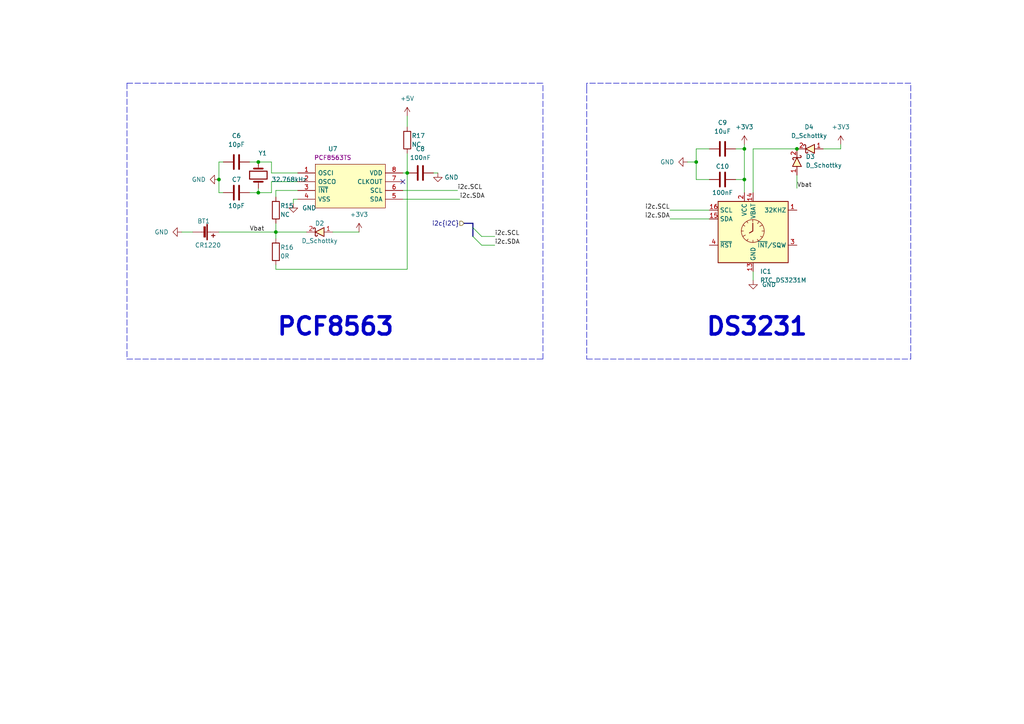
<source format=kicad_sch>
(kicad_sch (version 20211123) (generator eeschema)
  (paper "A4")
  (lib_symbols
    (symbol "Device:Battery_Cell" (pin_numbers hide) (pin_names (offset 0) hide)
      (property "Reference" "BT" (at 2.54 2.54 0))
      (property "Value" "Battery_Cell" (at 2.54 0 0))
      (symbol "Battery_Cell_0_1"
        (rectangle (start -2.286 1.778) (end 2.286 1.524) (fill (type outline)))
        (rectangle (start -1.5748 1.1938) (end 1.4732 0.6858) (fill (type outline)))
        (polyline (pts (xy 0 0.762) (xy 0 0)))
        (polyline (pts (xy 0 1.778) (xy 0 2.54)))
        (polyline (pts (xy 0.508 3.429) (xy 1.524 3.429)) (stroke (width 0.254)))
        (polyline (pts (xy 1.016 3.937) (xy 1.016 2.921)) (stroke (width 0.254)))
      )
      (symbol "Battery_Cell_1_1"
        (pin passive line (at 0 5.08 270) (length 2.54) (name "+") (number "1"))
        (pin passive line (at 0 -2.54 90) (length 2.54) (name "-") (number "2"))
      )
    )
    (symbol "Device:C" (pin_numbers hide) (pin_names (offset 0.254))
      (property "Reference" "C" (at 0.635 2.54 0))
      (property "Value" "C" (at 0.635 -2.54 0))
      (symbol "C_0_1"
        (polyline (pts (xy -2.032 -0.762) (xy 2.032 -0.762)) (stroke (width 0.508)))
        (polyline (pts (xy -2.032 0.762) (xy 2.032 0.762)) (stroke (width 0.508)))
      )
      (symbol "C_1_1"
        (pin passive line (at 0 3.81 270) (length 2.794) (name "~") (number "1"))
        (pin passive line (at 0 -3.81 90) (length 2.794) (name "~") (number "2"))
      )
    )
    (symbol "Device:Crystal" (pin_numbers hide) (pin_names (offset 1.016) hide)
      (property "Reference" "Y" (at 0 3.81 0))
      (property "Value" "Crystal" (at 0 -3.81 0))
      (symbol "Crystal_0_1"
        (rectangle (start -1.143 2.54) (end 1.143 -2.54) (stroke (width 0.3048)))
        (polyline (pts (xy -2.54 0) (xy -1.905 0)))
        (polyline (pts (xy -1.905 -1.27) (xy -1.905 1.27)) (stroke (width 0.508)))
        (polyline (pts (xy 1.905 -1.27) (xy 1.905 1.27)) (stroke (width 0.508)))
        (polyline (pts (xy 2.54 0) (xy 1.905 0)))
      )
      (symbol "Crystal_1_1"
        (pin passive line (at -3.81 0 0) (length 1.27) (name "1") (number "1"))
        (pin passive line (at 3.81 0 180) (length 1.27) (name "2") (number "2"))
      )
    )
    (symbol "Device:R" (pin_numbers hide) (pin_names (offset 0))
      (property "Reference" "R" (at 2.032 0 90))
      (property "Value" "R" (at 0 0 90))
      (symbol "R_0_1"
        (rectangle (start -1.016 -2.54) (end 1.016 2.54) (stroke (width 0.254)))
      )
      (symbol "R_1_1"
        (pin passive line (at 0 3.81 270) (length 1.27) (name "~") (number "1"))
        (pin passive line (at 0 -3.81 90) (length 1.27) (name "~") (number "2"))
      )
    )
    (symbol "IVS_SYMBOL_DIR:D_Schottky"
      (property "Reference" "D" (at -2.54 2.54 0))
      (property "Value" "D_Schottky" (at 0 -2.54 0))
      (symbol "D_Schottky_0_1"
        (polyline (pts (xy 0 0) (xy 0 -1)) (stroke (width 0.254)))
        (polyline (pts (xy 0 0) (xy 0 1)) (stroke (width 0.254)))
        (polyline (pts (xy 2.54 1.27) (xy 2.54 -1.27) (xy 0 0) (xy 2.54 1.27)) (stroke (width 0.254)) (fill (type background)))
        (arc (start 0 1.0414) (mid -0.3615 1.2318) (end -0.6 0.9) (stroke (width 0.254)))
        (arc (start 0.0099 -1.0125) (mid 0.3714 -1.2029) (end 0.6099 -0.8711) (stroke (width 0.254)))
      )
      (symbol "D_Schottky_1_1"
        (pin passive line (at 5.08 0 180) (length 2.54) (name "") (number "1"))
        (pin passive line (at -2.54 0 0) (length 2.54) (name "") (number "2"))
      )
    )
    (symbol "IVS_SYMBOL_DIR:RTC_DS3231M"
      (property "Reference" "IC" (at -7.62 8.89 0))
      (property "Value" "RTC_DS3231M" (at 6.985 -20.955 0))
      (symbol "RTC_DS3231M_0_1"
        (rectangle (start -10.16 7.62) (end 10.16 -10.16) (stroke (width 0.254)) (fill (type background)))
        (circle (center -0.1016 -0.9652) (radius 3.316))
        (polyline (pts (xy -3.4544 -0.9652) (xy -2.794 -0.9652)))
        (polyline (pts (xy -2.9972 -2.54) (xy -2.2352 -2.1336)))
        (polyline (pts (xy -2.8956 0.8128) (xy -2.3876 0.4572)))
        (polyline (pts (xy -1.8288 -3.7592) (xy -1.4732 -3.302)))
        (polyline (pts (xy -1.8288 1.8288) (xy -1.524 1.3716)))
        (polyline (pts (xy -0.1016 2.3368) (xy -0.1016 1.7272)))
        (polyline (pts (xy -0.0508 -3.6068) (xy -0.0508 -4.2672)))
        (polyline (pts (xy 1.2192 -3.3528) (xy 1.524 -3.81)))
        (polyline (pts (xy 1.27 1.1684) (xy 1.6764 1.7272)))
        (polyline (pts (xy 1.8796 0.3556) (xy 2.6416 0.762)))
        (polyline (pts (xy 2.1336 -2.4892) (xy 2.6924 -2.7432)))
        (polyline (pts (xy 2.54 -0.9652) (xy 3.2004 -0.9652)))
        (polyline (pts (xy -0.1016 1.3208) (xy -0.1016 -0.9652) (xy -1.0668 -1.524)) (stroke (width 0.254)))
      )
      (symbol "RTC_DS3231M_1_1"
        (pin open_collector line (at 12.7 5.08 180) (length 2.54) (name "32KHZ") (number "1"))
        (pin passive line (at 0 -12.7 90) (length 2.54) hide (name "GND") (number "10"))
        (pin passive line (at 0 -12.7 90) (length 2.54) hide (name "GND") (number "11"))
        (pin passive line (at 0 -12.7 90) (length 2.54) hide (name "GND") (number "12"))
        (pin power_in line (at 0 -12.7 90) (length 2.54) (name "GND") (number "13"))
        (pin power_in line (at 0 10.16 270) (length 2.54) (name "VBAT") (number "14"))
        (pin bidirectional line (at -12.7 2.54 0) (length 2.54) (name "SDA") (number "15"))
        (pin input line (at -12.7 5.08 0) (length 2.54) (name "SCL") (number "16"))
        (pin power_in line (at -2.54 10.16 270) (length 2.54) (name "VCC") (number "2"))
        (pin open_collector line (at 12.7 -5.08 180) (length 2.54) (name "~{INT}/SQW") (number "3"))
        (pin bidirectional line (at -12.7 -5.08 0) (length 2.54) (name "~{RST}") (number "4"))
        (pin passive line (at 0 -12.7 90) (length 2.54) hide (name "GND") (number "5"))
        (pin passive line (at 0 -12.7 90) (length 2.54) hide (name "GND") (number "6"))
        (pin passive line (at 0 -12.7 90) (length 2.54) hide (name "GND") (number "7"))
        (pin passive line (at 0 -12.7 90) (length 2.54) hide (name "GND") (number "8"))
        (pin passive line (at 0 -12.7 90) (length 2.54) hide (name "GND") (number "9"))
      )
    )
    (symbol "power:+3V3" (power) (pin_names (offset 0))
      (property "Value" "+3V3" (at 0 3.556 0))
      (symbol "+3V3_0_1"
        (polyline (pts (xy -0.762 1.27) (xy 0 2.54)))
        (polyline (pts (xy 0 0) (xy 0 2.54)))
        (polyline (pts (xy 0 2.54) (xy 0.762 1.27)))
      )
      (symbol "+3V3_1_1"
        (pin power_in line (at 0 0 90) (length 0) hide (name "+3V3") (number "1"))
      )
    )
    (symbol "power:+5V" (power) (pin_names (offset 0))
      (property "Value" "+5V" (at 0 3.556 0))
      (symbol "+5V_0_1"
        (polyline (pts (xy -0.762 1.27) (xy 0 2.54)))
        (polyline (pts (xy 0 0) (xy 0 2.54)))
        (polyline (pts (xy 0 2.54) (xy 0.762 1.27)))
      )
      (symbol "+5V_1_1"
        (pin power_in line (at 0 0 90) (length 0) hide (name "+5V") (number "1"))
      )
    )
    (symbol "power:GND" (power) (pin_names (offset 0))
      (property "Value" "GND" (at 0 -3.81 0))
      (symbol "GND_0_1"
        (polyline (pts (xy 0 0) (xy 0 -1.27) (xy 1.27 -1.27) (xy 0 -2.54) (xy -1.27 -1.27) (xy 0 -1.27)))
      )
      (symbol "GND_1_1"
        (pin power_in line (at 0 0 270) (length 0) hide (name "GND") (number "1"))
      )
    )
    (symbol "project:PCF8563TS" (pin_names (offset 0.762))
      (property "Reference" "U" (at -10.16 9.525 0))
      (property "Symbol" "PCF8563TS" (at -10.16 7.62 0))
      (symbol "PCF8563TS_0_0"
        (pin passive line (at -15.24 3.81 0) (length 5.08) (name "OSCI") (number "1"))
        (pin passive line (at -15.24 1.27 0) (length 5.08) (name "OSCO") (number "2"))
        (pin passive line (at -15.24 -1.27 0) (length 5.08) (name "~{INT}") (number "3"))
        (pin passive line (at -15.24 -3.81 0) (length 5.08) (name "VSS") (number "4"))
        (pin passive line (at 15.24 -3.81 180) (length 5.08) (name "SDA") (number "5"))
        (pin passive line (at 15.24 -1.27 180) (length 5.08) (name "SCL") (number "6"))
        (pin passive line (at 15.24 1.27 180) (length 5.08) (name "CLKOUT") (number "7"))
        (pin passive line (at 15.24 3.81 180) (length 5.08) (name "VDD") (number "8"))
      )
      (symbol "PCF8563TS_0_1"
        (polyline (pts (xy -10.16 6.35) (xy 10.16 6.35) (xy 10.16 -6.35) (xy -10.16 -6.35) (xy -10.16 6.35)) (stroke (width 0.1524)) (fill (type background)))
      )
    )
  )
  (junction (at 63.5 52.07))
  (junction (at 74.93 55.88))
  (junction (at 118.11 50.165))
  (junction (at 74.93 46.99))
  (junction (at 80.01 67.31))
  (junction (at 231.14 43.18))
  (junction (at 215.9 43.18))
  (junction (at 201.93 46.99))
  (junction (at 215.9 52.07))
  (no_connect (at 116.84 52.705))
  (bus_entry (at 139.7 68.58) (size -2.54 -2.54))
  (bus_entry (at 139.7 71.12) (size -2.54 -2.54))
  (wire (pts (xy 104.14 67.31) (xy 96.52 67.31)))
  (wire (pts (xy 116.84 57.785) (xy 133.35 57.785)))
  (polyline (pts (xy 264.16 104.14) (xy 264.16 24.13)))
  (wire (pts (xy 218.44 43.18) (xy 218.44 55.88)))
  (wire (pts (xy 80.01 64.77) (xy 80.01 67.31)))
  (wire (pts (xy 218.44 43.18) (xy 231.14 43.18)))
  (wire (pts (xy 205.74 43.18) (xy 201.93 43.18)))
  (wire (pts (xy 139.7 71.12) (xy 143.51 71.12)))
  (wire (pts (xy 218.44 81.28) (xy 218.44 78.74)))
  (polyline (pts (xy 170.18 24.13) (xy 170.18 25.4)))
  (wire (pts (xy 201.93 52.07) (xy 205.74 52.07)))
  (wire (pts (xy 80.01 67.31) (xy 88.9 67.31)))
  (wire (pts (xy 74.93 54.61) (xy 74.93 55.88)))
  (wire (pts (xy 78.74 52.705) (xy 86.36 52.705)))
  (polyline (pts (xy 36.83 24.13) (xy 36.83 104.14)))
  (wire (pts (xy 194.31 63.5) (xy 205.74 63.5)))
  (wire (pts (xy 213.36 43.18) (xy 215.9 43.18)))
  (wire (pts (xy 63.5 52.07) (xy 63.5 55.88)))
  (wire (pts (xy 199.39 46.99) (xy 201.93 46.99)))
  (wire (pts (xy 116.84 50.165) (xy 118.11 50.165)))
  (wire (pts (xy 64.77 55.88) (xy 63.5 55.88)))
  (wire (pts (xy 80.01 69.215) (xy 80.01 67.31)))
  (wire (pts (xy 231.14 50.8) (xy 231.14 54.61)))
  (wire (pts (xy 194.31 60.96) (xy 205.74 60.96)))
  (wire (pts (xy 63.5 46.99) (xy 64.77 46.99)))
  (wire (pts (xy 118.11 33.655) (xy 118.11 36.83)))
  (bus (pts (xy 134.62 64.77) (xy 137.16 64.77)))
  (polyline (pts (xy 157.48 104.14) (xy 157.48 24.13)))
  (wire (pts (xy 139.7 68.58) (xy 143.51 68.58)))
  (polyline (pts (xy 170.18 104.14) (xy 264.16 104.14)))
  (wire (pts (xy 78.74 46.99) (xy 78.74 50.165)))
  (wire (pts (xy 63.5 46.99) (xy 63.5 52.07)))
  (wire (pts (xy 80.01 76.835) (xy 80.01 78.105)))
  (wire (pts (xy 125.73 50.165) (xy 127 50.165)))
  (wire (pts (xy 63.5 67.31) (xy 80.01 67.31)))
  (polyline (pts (xy 170.18 25.4) (xy 170.18 104.14)))
  (wire (pts (xy 215.9 52.07) (xy 215.9 55.88)))
  (wire (pts (xy 72.39 46.99) (xy 74.93 46.99)))
  (wire (pts (xy 78.74 52.705) (xy 78.74 55.88)))
  (wire (pts (xy 215.9 43.18) (xy 215.9 52.07)))
  (wire (pts (xy 80.01 55.245) (xy 80.01 57.15)))
  (bus (pts (xy 137.16 68.58) (xy 137.16 66.04)))
  (wire (pts (xy 85.09 57.785) (xy 86.36 57.785)))
  (wire (pts (xy 86.36 50.165) (xy 78.74 50.165)))
  (wire (pts (xy 201.93 46.99) (xy 201.93 52.07)))
  (wire (pts (xy 238.76 43.18) (xy 243.84 43.18)))
  (wire (pts (xy 215.9 41.91) (xy 215.9 43.18)))
  (wire (pts (xy 55.88 67.31) (xy 52.705 67.31)))
  (wire (pts (xy 118.11 44.45) (xy 118.11 50.165)))
  (wire (pts (xy 201.93 43.18) (xy 201.93 46.99)))
  (wire (pts (xy 72.39 55.88) (xy 74.93 55.88)))
  (wire (pts (xy 132.715 55.245) (xy 116.84 55.245)))
  (polyline (pts (xy 36.83 104.14) (xy 157.48 104.14)))
  (wire (pts (xy 213.36 52.07) (xy 215.9 52.07)))
  (wire (pts (xy 80.01 78.105) (xy 118.11 78.105)))
  (wire (pts (xy 74.93 55.88) (xy 78.74 55.88)))
  (wire (pts (xy 243.84 43.18) (xy 243.84 41.91)))
  (wire (pts (xy 74.93 46.99) (xy 78.74 46.99)))
  (wire (pts (xy 85.09 59.055) (xy 85.09 57.785)))
  (polyline (pts (xy 264.16 24.13) (xy 170.18 24.13)))
  (bus (pts (xy 137.16 66.04) (xy 137.16 64.77)))
  (wire (pts (xy 118.11 78.105) (xy 118.11 50.165)))
  (polyline (pts (xy 36.83 24.13) (xy 157.48 24.13)))
  (wire (pts (xy 80.01 55.245) (xy 86.36 55.245)))
  (text "PCF8563\n" (at 80.01 97.79 0) (effects (font (size 5 5) bold) (justify left bottom)))
  (text "DS3231\n" (at 204.47 97.79 0) (effects (font (size 5 5) bold) (justify left bottom)))
  (label "Vbat" (at 72.39 67.31 0))
  (label "Vbat" (at 231.14 54.61 0))
  (label "i2c.SCL" (at 143.51 68.58 0))
  (label "i2c.SDA" (at 143.51 71.12 0))
  (label "i2c.SDA" (at 194.31 63.5 180))
  (label "i2c.SDA" (at 133.35 57.785 0))
  (label "i2c.SCL" (at 132.715 55.245 0))
  (label "i2c.SCL" (at 194.31 60.96 180))
  (hierarchical_label "i2c{I2C}" (shape input) (at 134.62 64.77 180))
  (symbol (lib_id "IVS_SYMBOL_DIR:D_Schottky") (at 233.68 43.18 0) (unit 1)
    (property "Reference" "D4" (at 234.6494 36.83 0))
    (property "Value" "D_Schottky" (at 234.6494 39.37 0))
  )
  (symbol (lib_id "IVS_SYMBOL_DIR:D_Schottky") (at 231.14 45.72 270) (unit 1)
    (property "Reference" "D3" (at 233.68 45.4193 90) (effects (justify left)))
    (property "Value" "D_Schottky" (at 233.68 47.9593 90) (effects (justify left)))
  )
  (symbol (lib_id "Device:Crystal") (at 74.93 50.8 90) (unit 1)
    (property "Reference" "Y1" (at 74.93 44.45 90) (effects (justify right)))
    (property "Value" "32.768kHz" (at 78.74 52.07 90) (effects (justify right)))
  )
  (symbol (lib_id "power:GND") (at 85.09 59.055 0) (unit 1)
    (property "Reference" "#PWR0144" (effects hide))
    (property "Value" "GND" (at 87.63 60.3249 0) (effects (justify left)))
  )
  (symbol (lib_id "Device:C") (at 209.55 52.07 90) (unit 1)
    (property "Reference" "C10" (at 209.55 48.26 90))
    (property "Value" "100nF" (at 209.55 55.88 90))
    (property "Footprint" "IVS_FOOTPRINTS:C0603" (effects hide))
  )
  (symbol (lib_id "IVS_SYMBOL_DIR:RTC_DS3231M") (at 218.44 66.04 0) (unit 1)
    (property "Reference" "IC1" (at 220.4594 78.74 0) (effects (justify left)))
    (property "Value" "RTC_DS3231M" (at 220.4594 81.28 0) (effects (justify left)))
    (property "Footprint" "Package_SO:SOIC-16W_7.5x10.3mm_P1.27mm" (effects hide))
    (property "Datasheet" "http://datasheets.maximintegrated.com/en/ds/DS3231.pdf" (effects hide))
    (property "Thegioiic_Buylink" "https://www.thegioiic.com/ds3231sn-ic-rtc-clock-calendar-16-soic" (effects hide))
    (property "ICDAYROI_Buylink" "https://icdayroi.com/ds3231n" (effects hide))
    (property "Digikey_Buylink" "https://www.digikey.com/en/products/detail/analog-devices-inc-maxim-integrated/DS3231M-TRL/2402421" (effects hide))
  )
  (symbol (lib_id "Device:C") (at 68.58 55.88 90) (unit 1)
    (property "Reference" "C7" (at 68.58 52.07 90))
    (property "Value" "10pF" (at 68.58 59.69 90))
    (property "Footprint" "IVS_FOOTPRINTS:C0603" (effects hide))
  )
  (symbol (lib_id "power:GND") (at 63.5 52.07 270) (unit 1)
    (property "Reference" "#PWR0143" (effects hide))
    (property "Value" "GND" (at 59.69 52.0699 90) (effects (justify right)))
  )
  (symbol (lib_id "Device:Battery_Cell") (at 58.42 67.31 270) (unit 1)
    (property "Reference" "BT1" (at 59.055 64.135 90))
    (property "Value" "CR1220" (at 60.325 71.12 90))
    (property "Footprint" "IVS_FOOTPRINTS:BatteryHolder_CR1220" (effects hide))
  )
  (symbol (lib_id "Device:R") (at 118.11 40.64 0) (unit 1)
    (property "Reference" "R17" (at 119.38 39.37 0) (effects (justify left)))
    (property "Value" "NC" (at 119.38 41.91 0) (effects (justify left)))
    (property "Footprint" "IVS_FOOTPRINTS:R0603" (effects hide))
  )
  (symbol (lib_id "Device:C") (at 121.92 50.165 90) (unit 1)
    (property "Reference" "C8" (at 121.92 43.18 90))
    (property "Value" "100nF" (at 121.92 45.72 90))
    (property "Footprint" "IVS_FOOTPRINTS:C0603" (effects hide))
  )
  (symbol (lib_id "IVS_SYMBOL_DIR:D_Schottky") (at 91.44 67.31 0) (unit 1)
    (property "Reference" "D2" (at 92.71 64.77 0))
    (property "Value" "D_Schottky" (at 92.71 69.85 0))
  )
  (symbol (lib_id "power:+5V") (at 118.11 33.655 0) (unit 1)
    (property "Reference" "#PWR0147" (effects hide))
    (property "Value" "+5V" (at 118.11 28.575 0))
  )
  (symbol (lib_id "project:PCF8563TS") (at 101.6 53.975 0) (unit 1)
    (property "Reference" "U7" (at 96.52 43.18 0))
    (property "Value" "PCF8563TS" (effects hide))
    (property "Footprint" "IVS_FOOTPRINTS:SOIC-8" (effects hide))
    (property "Datasheet" "http://www.nxp.com/docs/en/data-sheet/PCF8563.pdf" (effects hide))
    (property "Symbol" "PCF8563TS" (at 96.52 45.72 0))
    (property "Note" "https://www.mouser.co.uk/ProductDetail/NXP-Semiconductors/PCF8563TS-5118?qs=beN0Cyoe8Ynnzly4fQaDyw%3D%3D" (effects hide))
    (property "Mfg Part" "PCF8563TS/5,118" (effects hide))
    (property "Manufacturer" "NXP" (effects hide))
    (property "Package" "TSSOP-8" (effects hide))
    (property "Description" "NXP - PCF8563TS/5,118 - REAL TIME CLOCK, 5.5V, I2C, TSSOP-8" (effects hide))
  )
  (symbol (lib_id "power:+3V3") (at 215.9 41.91 0) (unit 1)
    (property "Reference" "#PWR0130" (effects hide))
    (property "Value" "+3V3" (at 215.9 36.83 0))
  )
  (symbol (lib_id "Device:C") (at 209.55 43.18 90) (unit 1)
    (property "Reference" "C9" (at 209.55 35.56 90))
    (property "Value" "10uF" (at 209.55 38.1 90))
    (property "Footprint" "IVS_FOOTPRINTS:C0603" (effects hide))
  )
  (symbol (lib_id "power:GND") (at 127 50.165 0) (unit 1)
    (property "Reference" "#PWR0148" (effects hide))
    (property "Value" "GND" (at 128.905 51.4349 0) (effects (justify left)))
  )
  (symbol (lib_id "power:+3V3") (at 243.84 41.91 0) (unit 1)
    (property "Reference" "#PWR0133" (effects hide))
    (property "Value" "+3V3" (at 243.84 36.83 0))
  )
  (symbol (lib_id "power:GND") (at 199.39 46.99 270) (unit 1)
    (property "Reference" "#PWR0132" (effects hide))
    (property "Value" "GND" (at 195.58 46.9899 90) (effects (justify right)))
  )
  (symbol (lib_id "power:+3V3") (at 104.14 67.31 0) (unit 1)
    (property "Reference" "#PWR0146" (effects hide))
    (property "Value" "+3V3" (at 104.14 62.23 0))
  )
  (symbol (lib_id "Device:R") (at 80.01 60.96 0) (unit 1)
    (property "Reference" "R15" (at 81.28 59.69 0) (effects (justify left)))
    (property "Value" "NC" (at 81.28 62.23 0) (effects (justify left)))
    (property "Footprint" "IVS_FOOTPRINTS:R0603" (effects hide))
  )
  (symbol (lib_id "power:GND") (at 218.44 81.28 0) (unit 1)
    (property "Reference" "#PWR0138" (effects hide))
    (property "Value" "GND" (at 220.98 82.5499 0) (effects (justify left)))
  )
  (symbol (lib_id "Device:C") (at 68.58 46.99 90) (unit 1)
    (property "Reference" "C6" (at 68.58 39.37 90))
    (property "Value" "10pF" (at 68.58 41.91 90))
    (property "Footprint" "IVS_FOOTPRINTS:C0603" (effects hide))
  )
  (symbol (lib_id "Device:R") (at 80.01 73.025 0) (unit 1)
    (property "Reference" "R16" (at 81.28 71.755 0) (effects (justify left)))
    (property "Value" "0R" (at 81.28 74.295 0) (effects (justify left)))
    (property "Footprint" "IVS_FOOTPRINTS:R0603" (effects hide))
  )
  (symbol (lib_id "power:GND") (at 52.705 67.31 270) (unit 1)
    (property "Reference" "#PWR0139" (effects hide))
    (property "Value" "GND" (at 48.895 67.3099 90) (effects (justify right)))
  )
)
</source>
